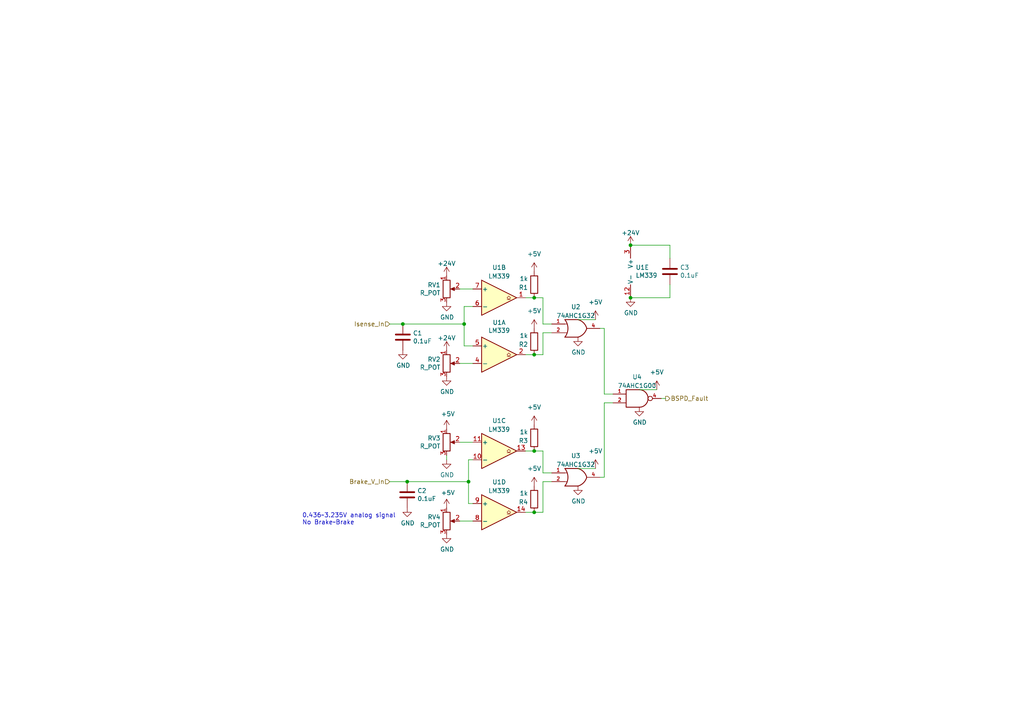
<source format=kicad_sch>
(kicad_sch (version 20230121) (generator eeschema)
  (paper "A4")
  (title_block (title "HV Board") (date "2022-03-16") (rev "Shih-Kang, Wu") (company "NTU Racing Team PowerTrain Group"))
  (lib_symbols
    (symbol "74xGxx:74AHC1G00" (pin_names (offset 1.016))
      (property "Reference" "U" (at -2.54 3.81 0))
      (property "Value" "74AHC1G00" (at 0 -3.81 0))
      (symbol "74AHC1G00_0_1"
        (arc (start 0 -2.54) (mid 2.529 0) (end 0 2.54) (stroke (width 0.254)))
        (polyline (pts (xy 0 -2.54) (xy -3.81 -2.54) (xy -3.81 2.54) (xy 0 2.54)) (stroke (width 0.254)))
      )
      (symbol "74AHC1G00_1_1"
        (pin input line (at -7.62 1.27 0) (length 3.81) (name "~") (number "1"))
        (pin input line (at -7.62 -1.27 0) (length 3.81) (name "~") (number "2"))
        (pin power_in line (at 0 -2.54 270) (length 0) hide (name "GND") (number "3"))
        (pin output inverted (at 6.35 0 180) (length 3.81) (name "~") (number "4"))
        (pin power_in line (at 0 2.54 90) (length 0) hide (name "VCC") (number "5"))
      )
    )
    (symbol "74xGxx:74AHC1G32" (pin_names (offset 1.016))
      (property "Reference" "U" (at -2.54 3.81 0))
      (property "Value" "74AHC1G32" (at 0 -3.81 0))
      (symbol "74AHC1G32_0_1"
        (arc (start -3.81 -2.54) (mid -2.919 0) (end -3.81 2.54) (stroke (width 0.254)))
        (arc (start 0 -2.54) (mid 1.601 -1.601) (end 2.54 0) (stroke (width 0.254)))
        (polyline (pts (xy -3.81 -1.27) (xy -3.175 -1.27)))
        (polyline (pts (xy -3.81 1.27) (xy -3.175 1.27)))
        (polyline (pts (xy 0 -2.54) (xy -3.81 -2.54)) (stroke (width 0.254)) (fill (type background)))
        (polyline (pts (xy 0 2.54) (xy -3.81 2.54)) (stroke (width 0.254)) (fill (type background)))
        (arc (start 2.54 0) (mid 1.6136 1.6136) (end 0 2.54) (stroke (width 0.254)))
      )
      (symbol "74AHC1G32_1_1"
        (pin input line (at -7.62 1.27 0) (length 3.81) (name "~") (number "1"))
        (pin input line (at -7.62 -1.27 0) (length 3.81) (name "~") (number "2"))
        (pin power_in line (at 0 -2.54 270) (length 0) hide (name "GND") (number "3"))
        (pin output line (at 6.35 0 180) (length 3.81) (name "~") (number "4"))
        (pin power_in line (at 0 2.54 90) (length 0) hide (name "VCC") (number "5"))
      )
    )
    (symbol "Comparator:LM339" (pin_names (offset 0.127))
      (property "Reference" "U" (at 0 5.08 0))
      (property "Value" "LM339" (at 0 -5.08 0))
      (symbol "LM339_1_1"
        (polyline (pts (xy -5.08 5.08) (xy 5.08 0) (xy -5.08 -5.08) (xy -5.08 5.08)) (stroke (width 0.254)) (fill (type background)))
        (polyline (pts (xy 3.302 -0.508) (xy 2.794 -0.508) (xy 3.302 0) (xy 2.794 0.508) (xy 2.286 0) (xy 2.794 -0.508) (xy 2.286 -0.508)) (stroke (width 0.127)))
        (pin open_collector line (at 7.62 0 180) (length 2.54) (name "~") (number "2"))
        (pin input line (at -7.62 -2.54 0) (length 2.54) (name "-") (number "4"))
        (pin input line (at -7.62 2.54 0) (length 2.54) (name "+") (number "5"))
      )
      (symbol "LM339_2_1"
        (polyline (pts (xy -5.08 5.08) (xy 5.08 0) (xy -5.08 -5.08) (xy -5.08 5.08)) (stroke (width 0.254)) (fill (type background)))
        (polyline (pts (xy 3.302 -0.508) (xy 2.794 -0.508) (xy 3.302 0) (xy 2.794 0.508) (xy 2.286 0) (xy 2.794 -0.508) (xy 2.286 -0.508)) (stroke (width 0.127)))
        (pin open_collector line (at 7.62 0 180) (length 2.54) (name "~") (number "1"))
        (pin input line (at -7.62 -2.54 0) (length 2.54) (name "-") (number "6"))
        (pin input line (at -7.62 2.54 0) (length 2.54) (name "+") (number "7"))
      )
      (symbol "LM339_3_1"
        (polyline (pts (xy -5.08 5.08) (xy 5.08 0) (xy -5.08 -5.08) (xy -5.08 5.08)) (stroke (width 0.254)) (fill (type background)))
        (polyline (pts (xy 3.302 -0.508) (xy 2.794 -0.508) (xy 3.302 0) (xy 2.794 0.508) (xy 2.286 0) (xy 2.794 -0.508) (xy 2.286 -0.508)) (stroke (width 0.127)))
        (pin input line (at -7.62 -2.54 0) (length 2.54) (name "-") (number "10"))
        (pin input line (at -7.62 2.54 0) (length 2.54) (name "+") (number "11"))
        (pin open_collector line (at 7.62 0 180) (length 2.54) (name "~") (number "13"))
      )
      (symbol "LM339_4_1"
        (polyline (pts (xy -5.08 5.08) (xy 5.08 0) (xy -5.08 -5.08) (xy -5.08 5.08)) (stroke (width 0.254)) (fill (type background)))
        (polyline (pts (xy 3.302 -0.508) (xy 2.794 -0.508) (xy 3.302 0) (xy 2.794 0.508) (xy 2.286 0) (xy 2.794 -0.508) (xy 2.286 -0.508)) (stroke (width 0.127)))
        (pin open_collector line (at 7.62 0 180) (length 2.54) (name "~") (number "14"))
        (pin input line (at -7.62 -2.54 0) (length 2.54) (name "-") (number "8"))
        (pin input line (at -7.62 2.54 0) (length 2.54) (name "+") (number "9"))
      )
      (symbol "LM339_5_1"
        (pin power_in line (at -2.54 -7.62 90) (length 3.81) (name "V-") (number "12"))
        (pin power_in line (at -2.54 7.62 270) (length 3.81) (name "V+") (number "3"))
      )
    )
    (symbol "Device:C" (pin_numbers hide) (pin_names (offset 0.254))
      (property "Reference" "C" (at 0.635 2.54 0))
      (property "Value" "C" (at 0.635 -2.54 0))
      (symbol "C_0_1"
        (polyline (pts (xy -2.032 -0.762) (xy 2.032 -0.762)) (stroke (width 0.508)))
        (polyline (pts (xy -2.032 0.762) (xy 2.032 0.762)) (stroke (width 0.508)))
      )
      (symbol "C_1_1"
        (pin passive line (at 0 3.81 270) (length 2.794) (name "~") (number "1"))
        (pin passive line (at 0 -3.81 90) (length 2.794) (name "~") (number "2"))
      )
    )
    (symbol "Device:R" (pin_numbers hide) (pin_names (offset 0))
      (property "Reference" "R" (at 2.032 0 90))
      (property "Value" "R" (at 0 0 90))
      (symbol "R_0_1"
        (rectangle (start -1.016 -2.54) (end 1.016 2.54) (stroke (width 0.254)))
      )
      (symbol "R_1_1"
        (pin passive line (at 0 3.81 270) (length 1.27) (name "~") (number "1"))
        (pin passive line (at 0 -3.81 90) (length 1.27) (name "~") (number "2"))
      )
    )
    (symbol "Device:R_POT" (pin_names (offset 1.016) hide)
      (property "Reference" "RV" (at -4.445 0 90))
      (property "Value" "Device_R_POT" (at -2.54 0 90))
      (symbol "R_POT_0_1"
        (polyline (pts (xy 2.54 0) (xy 1.524 0)))
        (polyline (pts (xy 1.143 0) (xy 2.286 0.508) (xy 2.286 -0.508) (xy 1.143 0)) (fill (type outline)))
        (rectangle (start 1.016 2.54) (end -1.016 -2.54) (stroke (width 0.254)))
      )
      (symbol "R_POT_1_1"
        (pin passive line (at 0 3.81 270) (length 1.27) (name "1") (number "1"))
        (pin passive line (at 3.81 0 180) (length 1.27) (name "2") (number "2"))
        (pin passive line (at 0 -3.81 90) (length 1.27) (name "3") (number "3"))
      )
    )
    (symbol "power:+24V" (power) (pin_names (offset 0))
      (property "Value" "+24V" (at 0 3.556 0))
      (symbol "+24V_0_1"
        (polyline (pts (xy -0.762 1.27) (xy 0 2.54)))
        (polyline (pts (xy 0 0) (xy 0 2.54)))
        (polyline (pts (xy 0 2.54) (xy 0.762 1.27)))
      )
      (symbol "+24V_1_1"
        (pin power_in line (at 0 0 90) (length 0) hide (name "+24V") (number "1"))
      )
    )
    (symbol "power:+5V" (power) (pin_names (offset 0))
      (property "Value" "+5V" (at 0 3.556 0))
      (symbol "+5V_0_1"
        (polyline (pts (xy -0.762 1.27) (xy 0 2.54)))
        (polyline (pts (xy 0 0) (xy 0 2.54)))
        (polyline (pts (xy 0 2.54) (xy 0.762 1.27)))
      )
      (symbol "+5V_1_1"
        (pin power_in line (at 0 0 90) (length 0) hide (name "+5V") (number "1"))
      )
    )
    (symbol "power:GND" (power) (pin_names (offset 0))
      (property "Value" "GND" (at 0 -3.81 0))
      (symbol "GND_0_1"
        (polyline (pts (xy 0 0) (xy 0 -1.27) (xy 1.27 -1.27) (xy 0 -2.54) (xy -1.27 -1.27) (xy 0 -1.27)))
      )
      (symbol "GND_1_1"
        (pin power_in line (at 0 0 270) (length 0) hide (name "GND") (number "1"))
      )
    )
  )
  (junction (at 134.62 93.98))
  (junction (at 135.89 139.7))
  (junction (at 154.94 130.81))
  (junction (at 116.84 93.98))
  (junction (at 154.94 148.59))
  (junction (at 182.88 86.36))
  (junction (at 118.11 139.7))
  (junction (at 182.88 71.12))
  (junction (at 154.94 86.36))
  (junction (at 154.94 102.87))
  (wire (pts (xy 175.26 116.84) (xy 177.8 116.84)))
  (wire (pts (xy 133.35 83.82) (xy 137.16 83.82)))
  (wire (pts (xy 113.03 139.7) (xy 118.11 139.7)))
  (wire (pts (xy 160.02 96.52) (xy 157.48 96.52)))
  (wire (pts (xy 167.64 92.71) (xy 172.72 92.71)))
  (wire (pts (xy 154.94 130.81) (xy 152.4 130.81)))
  (wire (pts (xy 185.42 113.03) (xy 190.5 113.03)))
  (wire (pts (xy 182.88 71.12) (xy 194.31 71.12)))
  (wire (pts (xy 175.26 95.25) (xy 173.99 95.25)))
  (wire (pts (xy 160.02 137.16) (xy 157.48 137.16)))
  (wire (pts (xy 135.89 133.35) (xy 135.89 139.7)))
  (wire (pts (xy 113.03 93.98) (xy 116.84 93.98)))
  (wire (pts (xy 157.48 93.98) (xy 157.48 86.36)))
  (wire (pts (xy 157.48 96.52) (xy 157.48 102.87)))
  (wire (pts (xy 152.4 102.87) (xy 154.94 102.87)))
  (wire (pts (xy 157.48 148.59) (xy 154.94 148.59)))
  (wire (pts (xy 154.94 130.81) (xy 157.48 130.81)))
  (wire (pts (xy 129.54 132.08) (xy 129.54 133.35)))
  (wire (pts (xy 135.89 139.7) (xy 135.89 146.05)))
  (wire (pts (xy 133.35 105.41) (xy 137.16 105.41)))
  (wire (pts (xy 160.02 139.7) (xy 157.48 139.7)))
  (wire (pts (xy 157.48 139.7) (xy 157.48 148.59)))
  (wire (pts (xy 133.35 151.13) (xy 137.16 151.13)))
  (wire (pts (xy 157.48 130.81) (xy 157.48 137.16)))
  (wire (pts (xy 137.16 146.05) (xy 135.89 146.05)))
  (wire (pts (xy 175.26 138.43) (xy 175.26 116.84)))
  (wire (pts (xy 134.62 88.9) (xy 137.16 88.9)))
  (wire (pts (xy 116.84 93.98) (xy 134.62 93.98)))
  (wire (pts (xy 157.48 86.36) (xy 154.94 86.36)))
  (wire (pts (xy 152.4 148.59) (xy 154.94 148.59)))
  (wire (pts (xy 175.26 114.3) (xy 175.26 95.25)))
  (wire (pts (xy 194.31 71.12) (xy 194.31 74.93)))
  (wire (pts (xy 154.94 102.87) (xy 157.48 102.87)))
  (wire (pts (xy 134.62 93.98) (xy 134.62 100.33)))
  (wire (pts (xy 134.62 100.33) (xy 137.16 100.33)))
  (wire (pts (xy 118.11 139.7) (xy 135.89 139.7)))
  (wire (pts (xy 133.35 128.27) (xy 137.16 128.27)))
  (wire (pts (xy 167.64 135.89) (xy 172.72 135.89)))
  (wire (pts (xy 194.31 82.55) (xy 194.31 86.36)))
  (wire (pts (xy 134.62 88.9) (xy 134.62 93.98)))
  (wire (pts (xy 173.99 138.43) (xy 175.26 138.43)))
  (wire (pts (xy 182.88 86.36) (xy 194.31 86.36)))
  (wire (pts (xy 193.04 115.57) (xy 191.77 115.57)))
  (wire (pts (xy 152.4 86.36) (xy 154.94 86.36)))
  (wire (pts (xy 177.8 114.3) (xy 175.26 114.3)))
  (wire (pts (xy 135.89 133.35) (xy 137.16 133.35)))
  (wire (pts (xy 160.02 93.98) (xy 157.48 93.98)))
  (text "0.436~3.235V analog signal\nNo Brake~Brake\n" (at 87.63 152.4 0) (effects (font (size 1.27 1.27)) (justify left bottom)))
  (hierarchical_label "Brake_V_In" (shape input) (at 113.03 139.7 180))
  (hierarchical_label "Isense_In" (shape input) (at 113.03 93.98 180))
  (hierarchical_label "BSPD_Fault" (shape output) (at 193.04 115.57 0))
  (symbol (lib_id "Device:R_POT") (at 129.54 105.41 0) (unit 1)
    (property "Reference" "RV2" (at 127.7874 104.2416 0) (effects (justify right)))
    (property "Value" "R_POT" (at 127.7874 106.553 0) (effects (justify right)))
    (property "Footprint" "Potentiometer_THT:Potentiometer_Bourns_3296P_Horizontal" (effects hide))
  )
  (symbol (lib_id "power:GND") (at 129.54 109.22 0) (unit 1)
    (property "Reference" "#PWR022" (effects hide))
    (property "Value" "GND" (at 129.667 113.6142 0))
  )
  (symbol (lib_id "Device:C") (at 116.84 97.79 0) (unit 1)
    (property "Reference" "C1" (at 119.761 96.6216 0) (effects (justify left)))
    (property "Value" "0.1uF" (at 119.761 98.933 0) (effects (justify left)))
    (property "Footprint" "Capacitor_SMD:C_0805_2012Metric_Pad1.18x1.45mm_HandSolder" (effects hide))
  )
  (symbol (lib_id "power:GND") (at 116.84 101.6 0) (unit 1)
    (property "Reference" "#PWR017" (effects hide))
    (property "Value" "GND" (at 116.967 105.9942 0))
  )
  (symbol (lib_id "Comparator:LM339") (at 144.78 102.87 0) (unit 1)
    (property "Reference" "U1" (at 144.78 93.5482 0))
    (property "Value" "LM339" (at 144.78 95.8596 0))
    (property "Footprint" "Package_SO:SOIC-14_3.9x8.7mm_P1.27mm" (effects hide))
    (property "Datasheet" "https://www.st.com/resource/en/datasheet/lm139.pdf" (effects hide))
  )
  (symbol (lib_id "Comparator:LM339") (at 185.42 78.74 0) (unit 5)
    (property "Reference" "U1" (at 184.3532 77.5716 0) (effects (justify left)))
    (property "Value" "LM339" (at 184.3532 79.883 0) (effects (justify left)))
    (property "Footprint" "Package_SO:SOIC-14_3.9x8.7mm_P1.27mm" (effects hide))
    (property "Datasheet" "https://www.st.com/resource/en/datasheet/lm139.pdf" (effects hide))
  )
  (symbol (lib_id "power:GND") (at 182.88 86.36 0) (unit 1)
    (property "Reference" "#PWR036" (effects hide))
    (property "Value" "GND" (at 183.007 90.7542 0))
  )
  (symbol (lib_id "Device:C") (at 194.31 78.74 0) (unit 1)
    (property "Reference" "C3" (at 197.231 77.5716 0) (effects (justify left)))
    (property "Value" "0.1uF" (at 197.231 79.883 0) (effects (justify left)))
    (property "Footprint" "Capacitor_SMD:C_0805_2012Metric_Pad1.18x1.45mm_HandSolder" (effects hide))
  )
  (symbol (lib_id "power:+24V") (at 182.88 71.12 0) (unit 1)
    (property "Reference" "#PWR035" (effects hide))
    (property "Value" "+24V" (at 182.88 67.5442 0))
  )
  (symbol (lib_id "power:+5V") (at 154.94 140.97 0) (unit 1)
    (property "Reference" "#PWR030" (effects hide))
    (property "Value" "+5V" (at 154.94 135.89 0))
  )
  (symbol (lib_id "Device:R_POT") (at 129.54 151.13 0) (unit 1)
    (property "Reference" "RV4" (at 127.7874 149.9616 0) (effects (justify right)))
    (property "Value" "R_POT" (at 127.7874 152.273 0) (effects (justify right)))
    (property "Footprint" "Potentiometer_THT:Potentiometer_Bourns_3296P_Horizontal" (effects hide))
  )
  (symbol (lib_id "Comparator:LM339") (at 144.78 148.59 0) (unit 4)
    (property "Reference" "U1" (at 144.78 139.8102 0))
    (property "Value" "LM339" (at 144.78 142.3471 0))
    (property "Footprint" "Package_SO:SOIC-14_3.9x8.7mm_P1.27mm" (effects hide))
    (property "Datasheet" "https://www.st.com/resource/en/datasheet/lm139.pdf" (effects hide))
  )
  (symbol (lib_id "power:GND") (at 129.54 87.63 0) (unit 1)
    (property "Reference" "#PWR020" (effects hide))
    (property "Value" "GND" (at 129.667 92.0242 0))
  )
  (symbol (lib_id "power:+5V") (at 154.94 95.25 0) (unit 1)
    (property "Reference" "#PWR028" (effects hide))
    (property "Value" "+5V" (at 154.94 90.17 0))
  )
  (symbol (lib_id "Device:R_POT") (at 129.54 128.27 0) (unit 1)
    (property "Reference" "RV3" (at 127.7874 127.1016 0) (effects (justify right)))
    (property "Value" "R_POT" (at 127.7874 129.413 0) (effects (justify right)))
    (property "Footprint" "Potentiometer_THT:Potentiometer_Bourns_3296P_Horizontal" (effects hide))
  )
  (symbol (lib_id "power:GND") (at 185.42 118.11 0) (unit 1)
    (property "Reference" "#PWR037" (effects hide))
    (property "Value" "GND" (at 185.547 122.5042 0))
  )
  (symbol (lib_id "power:+5V") (at 154.94 78.74 0) (unit 1)
    (property "Reference" "#PWR027" (effects hide))
    (property "Value" "+5V" (at 154.94 73.66 0))
  )
  (symbol (lib_id "power:+5V") (at 172.72 92.71 0) (unit 1)
    (property "Reference" "#PWR033" (effects hide))
    (property "Value" "+5V" (at 172.72 87.63 0))
  )
  (symbol (lib_id "power:+5V") (at 190.5 113.03 0) (unit 1)
    (property "Reference" "#PWR038" (effects hide))
    (property "Value" "+5V" (at 190.5 107.95 0))
  )
  (symbol (lib_id "74xGxx:74AHC1G32") (at 167.64 138.43 0) (unit 1)
    (property "Reference" "U3" (at 167.005 132.1902 0))
    (property "Value" "74AHC1G32" (at 167.005 134.7271 0))
    (property "Footprint" "Package_TO_SOT_SMD:SOT-23-5_HandSoldering" (effects hide))
    (property "Datasheet" "http://www.ti.com/lit/sg/scyt129e/scyt129e.pdf" (effects hide))
  )
  (symbol (lib_id "power:+5V") (at 129.54 147.32 0) (unit 1)
    (property "Reference" "#PWR025" (effects hide))
    (property "Value" "+5V" (at 129.921 142.9258 0))
  )
  (symbol (lib_id "power:+5V") (at 129.54 124.46 0) (unit 1)
    (property "Reference" "#PWR023" (effects hide))
    (property "Value" "+5V" (at 129.921 120.0658 0))
  )
  (symbol (lib_id "power:GND") (at 167.64 140.97 0) (unit 1)
    (property "Reference" "#PWR032" (effects hide))
    (property "Value" "GND" (at 167.767 145.3642 0))
  )
  (symbol (lib_id "Device:R") (at 154.94 144.78 180) (unit 1)
    (property "Reference" "R4" (at 153.162 145.6147 0) (effects (justify left)))
    (property "Value" "1k" (at 153.162 143.0778 0) (effects (justify left)))
    (property "Footprint" "Resistor_SMD:R_0805_2012Metric_Pad1.20x1.40mm_HandSolder" (effects hide))
  )
  (symbol (lib_id "Device:R") (at 154.94 82.55 180) (unit 1)
    (property "Reference" "R1" (at 153.162 83.3847 0) (effects (justify left)))
    (property "Value" "1k" (at 153.162 80.8478 0) (effects (justify left)))
    (property "Footprint" "Resistor_SMD:R_0805_2012Metric_Pad1.20x1.40mm_HandSolder" (effects hide))
  )
  (symbol (lib_id "Comparator:LM339") (at 144.78 130.81 0) (unit 3)
    (property "Reference" "U1" (at 144.78 122.0302 0))
    (property "Value" "LM339" (at 144.78 124.5671 0))
    (property "Footprint" "Package_SO:SOIC-14_3.9x8.7mm_P1.27mm" (effects hide))
    (property "Datasheet" "https://www.st.com/resource/en/datasheet/lm139.pdf" (effects hide))
  )
  (symbol (lib_id "Device:C") (at 118.11 143.51 0) (unit 1)
    (property "Reference" "C2" (at 121.031 142.3416 0) (effects (justify left)))
    (property "Value" "0.1uF" (at 121.031 144.653 0) (effects (justify left)))
    (property "Footprint" "Capacitor_SMD:C_0805_2012Metric_Pad1.18x1.45mm_HandSolder" (effects hide))
  )
  (symbol (lib_id "power:GND") (at 129.54 154.94 0) (unit 1)
    (property "Reference" "#PWR026" (effects hide))
    (property "Value" "GND" (at 129.667 159.3342 0))
  )
  (symbol (lib_id "power:GND") (at 129.54 133.35 0) (unit 1)
    (property "Reference" "#PWR024" (effects hide))
    (property "Value" "GND" (at 129.667 137.7442 0))
  )
  (symbol (lib_id "power:GND") (at 167.64 97.79 0) (unit 1)
    (property "Reference" "#PWR031" (effects hide))
    (property "Value" "GND" (at 167.767 102.1842 0))
  )
  (symbol (lib_id "power:GND") (at 118.11 147.32 0) (unit 1)
    (property "Reference" "#PWR018" (effects hide))
    (property "Value" "GND" (at 118.237 151.7142 0))
  )
  (symbol (lib_id "74xGxx:74AHC1G32") (at 167.64 95.25 0) (unit 1)
    (property "Reference" "U2" (at 167.005 89.0102 0))
    (property "Value" "74AHC1G32" (at 167.005 91.5471 0))
    (property "Footprint" "Package_TO_SOT_SMD:SOT-23-5_HandSoldering" (effects hide))
    (property "Datasheet" "http://www.ti.com/lit/sg/scyt129e/scyt129e.pdf" (effects hide))
  )
  (symbol (lib_id "Comparator:LM339") (at 144.78 86.36 0) (unit 2)
    (property "Reference" "U1" (at 144.78 77.5802 0))
    (property "Value" "LM339" (at 144.78 80.1171 0))
    (property "Footprint" "Package_SO:SOIC-14_3.9x8.7mm_P1.27mm" (effects hide))
    (property "Datasheet" "https://www.st.com/resource/en/datasheet/lm139.pdf" (effects hide))
  )
  (symbol (lib_id "Device:R") (at 154.94 127 180) (unit 1)
    (property "Reference" "R3" (at 153.162 127.8347 0) (effects (justify left)))
    (property "Value" "1k" (at 153.162 125.2978 0) (effects (justify left)))
    (property "Footprint" "Resistor_SMD:R_0805_2012Metric_Pad1.20x1.40mm_HandSolder" (effects hide))
  )
  (symbol (lib_id "74xGxx:74AHC1G00") (at 185.42 115.57 0) (unit 1)
    (property "Reference" "U4" (at 184.785 109.3302 0))
    (property "Value" "74AHC1G00" (at 184.785 111.8671 0))
    (property "Footprint" "Package_TO_SOT_SMD:SOT-23-5_HandSoldering" (effects hide))
    (property "Datasheet" "http://www.ti.com/lit/sg/scyt129e/scyt129e.pdf" (effects hide))
  )
  (symbol (lib_id "Device:R_POT") (at 129.54 83.82 0) (unit 1)
    (property "Reference" "RV1" (at 127.7874 82.6516 0) (effects (justify right)))
    (property "Value" "R_POT" (at 127.7874 84.963 0) (effects (justify right)))
    (property "Footprint" "Potentiometer_THT:Potentiometer_Bourns_3296P_Horizontal" (effects hide))
  )
  (symbol (lib_id "power:+5V") (at 172.72 135.89 0) (unit 1)
    (property "Reference" "#PWR034" (effects hide))
    (property "Value" "+5V" (at 172.72 130.81 0))
  )
  (symbol (lib_id "power:+24V") (at 129.54 101.6 0) (unit 1)
    (property "Reference" "#PWR0149" (effects hide))
    (property "Value" "+24V" (at 129.54 98.0242 0))
  )
  (symbol (lib_id "power:+24V") (at 129.54 80.01 0) (unit 1)
    (property "Reference" "#PWR0148" (effects hide))
    (property "Value" "+24V" (at 129.54 76.4342 0))
  )
  (symbol (lib_id "power:+5V") (at 154.94 123.19 0) (unit 1)
    (property "Reference" "#PWR029" (effects hide))
    (property "Value" "+5V" (at 154.94 118.11 0))
  )
  (symbol (lib_id "Device:R") (at 154.94 99.06 180) (unit 1)
    (property "Reference" "R2" (at 153.162 99.8947 0) (effects (justify left)))
    (property "Value" "1k" (at 153.162 97.3578 0) (effects (justify left)))
    (property "Footprint" "Resistor_SMD:R_0805_2012Metric_Pad1.20x1.40mm_HandSolder" (effects hide))
  )
)
</source>
